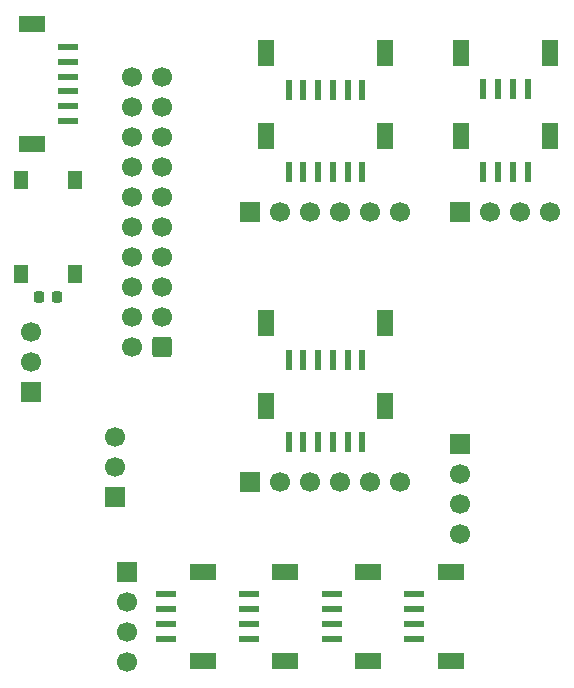
<source format=gbr>
%TF.GenerationSoftware,KiCad,Pcbnew,9.0.1*%
%TF.CreationDate,2025-06-01T13:31:13+09:00*%
%TF.ProjectId,DevTool,44657654-6f6f-46c2-9e6b-696361645f70,rev?*%
%TF.SameCoordinates,Original*%
%TF.FileFunction,Soldermask,Top*%
%TF.FilePolarity,Negative*%
%FSLAX46Y46*%
G04 Gerber Fmt 4.6, Leading zero omitted, Abs format (unit mm)*
G04 Created by KiCad (PCBNEW 9.0.1) date 2025-06-01 13:31:13*
%MOMM*%
%LPD*%
G01*
G04 APERTURE LIST*
G04 Aperture macros list*
%AMRoundRect*
0 Rectangle with rounded corners*
0 $1 Rounding radius*
0 $2 $3 $4 $5 $6 $7 $8 $9 X,Y pos of 4 corners*
0 Add a 4 corners polygon primitive as box body*
4,1,4,$2,$3,$4,$5,$6,$7,$8,$9,$2,$3,0*
0 Add four circle primitives for the rounded corners*
1,1,$1+$1,$2,$3*
1,1,$1+$1,$4,$5*
1,1,$1+$1,$6,$7*
1,1,$1+$1,$8,$9*
0 Add four rect primitives between the rounded corners*
20,1,$1+$1,$2,$3,$4,$5,0*
20,1,$1+$1,$4,$5,$6,$7,0*
20,1,$1+$1,$6,$7,$8,$9,0*
20,1,$1+$1,$8,$9,$2,$3,0*%
G04 Aperture macros list end*
%ADD10R,1.400000X2.225000*%
%ADD11R,0.600000X1.800000*%
%ADD12R,1.700000X1.700000*%
%ADD13C,1.700000*%
%ADD14RoundRect,0.225000X0.225000X0.250000X-0.225000X0.250000X-0.225000X-0.250000X0.225000X-0.250000X0*%
%ADD15RoundRect,0.250000X0.600000X0.600000X-0.600000X0.600000X-0.600000X-0.600000X0.600000X-0.600000X0*%
%ADD16R,2.225000X1.400000*%
%ADD17R,1.800000X0.600000*%
%ADD18R,1.300000X1.550000*%
G04 APERTURE END LIST*
D10*
%TO.C,J12*%
X130840000Y-60272500D03*
X140940000Y-60272500D03*
D11*
X132765000Y-63335000D03*
X134015000Y-63335000D03*
X135265000Y-63335000D03*
X136515000Y-63335000D03*
X137765000Y-63335000D03*
X139015000Y-63335000D03*
%TD*%
D12*
%TO.C,J18*%
X147320000Y-93345000D03*
D13*
X147320000Y-95885000D03*
X147320000Y-98425000D03*
X147320000Y-100965000D03*
%TD*%
D10*
%TO.C,J6*%
X130840000Y-90132500D03*
X140940000Y-90132500D03*
D11*
X132765000Y-93195000D03*
X134015000Y-93195000D03*
X135265000Y-93195000D03*
X136515000Y-93195000D03*
X137765000Y-93195000D03*
X139015000Y-93195000D03*
%TD*%
D12*
%TO.C,J1*%
X111000000Y-88900000D03*
D13*
X111000000Y-86360000D03*
X111000000Y-83820000D03*
%TD*%
D10*
%TO.C,J15*%
X147330000Y-67272500D03*
X154930000Y-67272500D03*
D11*
X149255000Y-70335000D03*
X150505000Y-70335000D03*
X151755000Y-70335000D03*
X153005000Y-70335000D03*
%TD*%
D12*
%TO.C,J10*%
X129540000Y-96520000D03*
D13*
X132080000Y-96520000D03*
X134620000Y-96520000D03*
X137160000Y-96520000D03*
X139700000Y-96520000D03*
X142240000Y-96520000D03*
%TD*%
D12*
%TO.C,J11*%
X119100000Y-104140000D03*
D13*
X119100000Y-106680000D03*
X119100000Y-109220000D03*
X119100000Y-111760000D03*
%TD*%
D14*
%TO.C,C1*%
X113170000Y-80930000D03*
X111620000Y-80930000D03*
%TD*%
D15*
%TO.C,J8*%
X122037500Y-85090000D03*
D13*
X119497500Y-85090000D03*
X122037500Y-82550000D03*
X119497500Y-82550000D03*
X122037500Y-80010000D03*
X119497500Y-80010000D03*
X122037500Y-77470000D03*
X119497500Y-77470000D03*
X122037500Y-74930000D03*
X119497500Y-74930000D03*
X122037500Y-72390000D03*
X119497500Y-72390000D03*
X122037500Y-69850000D03*
X119497500Y-69850000D03*
X122037500Y-67310000D03*
X119497500Y-67310000D03*
X122037500Y-64770000D03*
X119497500Y-64770000D03*
X122037500Y-62230000D03*
X119497500Y-62230000D03*
%TD*%
D16*
%TO.C,J7*%
X132487500Y-104150000D03*
X132487500Y-111750000D03*
D17*
X129425000Y-106075000D03*
X129425000Y-107325000D03*
X129425000Y-108575000D03*
X129425000Y-109825000D03*
%TD*%
D10*
%TO.C,J16*%
X130840000Y-67272500D03*
X140940000Y-67272500D03*
D11*
X132765000Y-70335000D03*
X134015000Y-70335000D03*
X135265000Y-70335000D03*
X136515000Y-70335000D03*
X137765000Y-70335000D03*
X139015000Y-70335000D03*
%TD*%
D10*
%TO.C,J22*%
X147330000Y-60207500D03*
X154930000Y-60207500D03*
D11*
X149255000Y-63270000D03*
X150505000Y-63270000D03*
X151755000Y-63270000D03*
X153005000Y-63270000D03*
%TD*%
D16*
%TO.C,J9*%
X125487500Y-104150000D03*
X125487500Y-111750000D03*
D17*
X122425000Y-106075000D03*
X122425000Y-107325000D03*
X122425000Y-108575000D03*
X122425000Y-109825000D03*
%TD*%
D18*
%TO.C,SW1*%
X110145000Y-78910000D03*
X110145000Y-70950000D03*
X114645000Y-78910000D03*
X114645000Y-70950000D03*
%TD*%
D12*
%TO.C,J17*%
X118110000Y-97790000D03*
D13*
X118110000Y-95250000D03*
X118110000Y-92710000D03*
%TD*%
D16*
%TO.C,J3*%
X146487500Y-104150000D03*
X146487500Y-111750000D03*
D17*
X143425000Y-106075000D03*
X143425000Y-107325000D03*
X143425000Y-108575000D03*
X143425000Y-109825000D03*
%TD*%
D12*
%TO.C,J19*%
X147320000Y-73660000D03*
D13*
X149860000Y-73660000D03*
X152400000Y-73660000D03*
X154940000Y-73660000D03*
%TD*%
D12*
%TO.C,J20*%
X129540000Y-73660000D03*
D13*
X132080000Y-73660000D03*
X134620000Y-73660000D03*
X137160000Y-73660000D03*
X139700000Y-73660000D03*
X142240000Y-73660000D03*
%TD*%
D10*
%TO.C,J4*%
X130840000Y-83132500D03*
X140940000Y-83132500D03*
D11*
X132765000Y-86195000D03*
X134015000Y-86195000D03*
X135265000Y-86195000D03*
X136515000Y-86195000D03*
X137765000Y-86195000D03*
X139015000Y-86195000D03*
%TD*%
D16*
%TO.C,J5*%
X139487500Y-104150000D03*
X139487500Y-111750000D03*
D17*
X136425000Y-106075000D03*
X136425000Y-107325000D03*
X136425000Y-108575000D03*
X136425000Y-109825000D03*
%TD*%
D16*
%TO.C,J2*%
X111007500Y-67915000D03*
X111007500Y-57815000D03*
D17*
X114070000Y-65990000D03*
X114070000Y-64740000D03*
X114070000Y-63490000D03*
X114070000Y-62240000D03*
X114070000Y-60990000D03*
X114070000Y-59740000D03*
%TD*%
M02*

</source>
